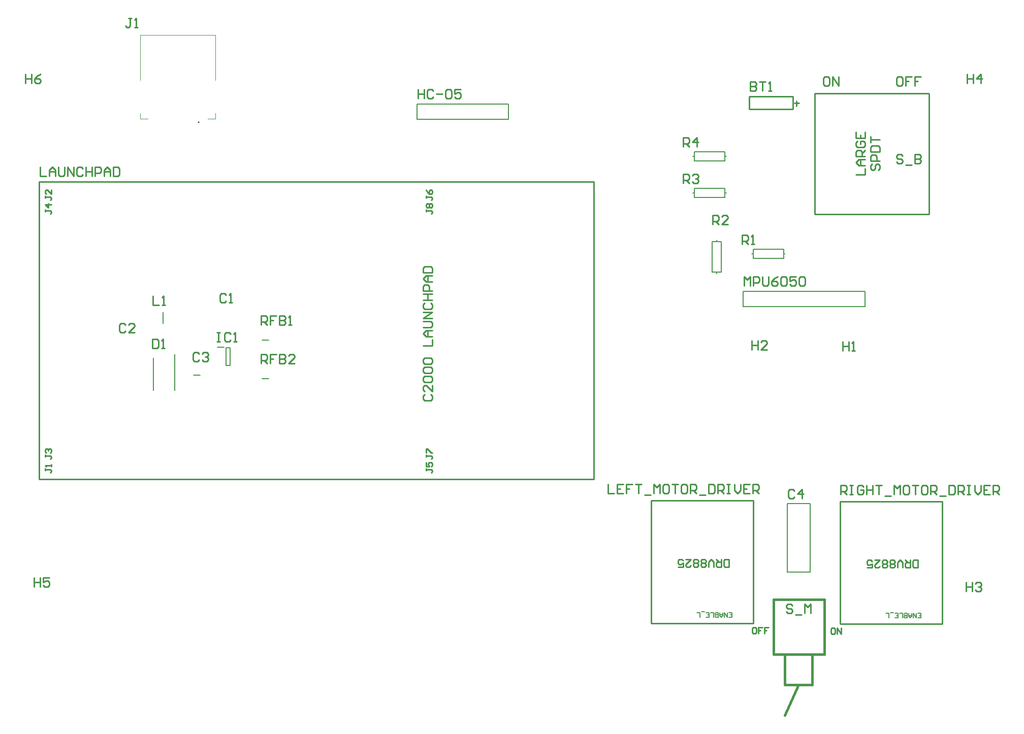
<source format=gto>
G04*
G04 #@! TF.GenerationSoftware,Altium Limited,Altium Designer,20.0.9 (164)*
G04*
G04 Layer_Color=65535*
%FSLAX25Y25*%
%MOIN*%
G70*
G01*
G75*
%ADD10C,0.00787*%
%ADD11C,0.01500*%
%ADD12C,0.01000*%
%ADD13C,0.00394*%
%ADD14C,0.00500*%
D10*
X121094Y339358D02*
G03*
X120306Y339358I-394J0D01*
G01*
D02*
G03*
X121094Y339358I394J0D01*
G01*
X264000Y341500D02*
Y351500D01*
X324000Y341500D02*
Y351500D01*
X264000Y341500D02*
X324000D01*
X264000Y351500D02*
X324000D01*
X478000Y218500D02*
Y228500D01*
X558000D01*
Y218500D02*
Y228500D01*
X478000Y218500D02*
X558000D01*
X504500Y253000D02*
Y256000D01*
X484500D02*
X504500D01*
X484500Y250000D02*
Y256000D01*
Y250000D02*
X504500D01*
Y253000D01*
X483600D02*
X484500D01*
X504500D02*
X505400D01*
X460500Y241000D02*
X463500D01*
Y261000D01*
X457500D02*
X463500D01*
X457500Y241000D02*
Y261000D01*
Y241000D02*
X460500D01*
Y261000D02*
Y261900D01*
Y240100D02*
Y241000D01*
X466000Y293000D02*
Y296000D01*
X446000D02*
X466000D01*
X446000Y290000D02*
Y296000D01*
Y290000D02*
X466000D01*
Y293000D01*
X445100D02*
X446000D01*
X466000D02*
X466900D01*
X132815Y191799D02*
X137343D01*
X138720Y179791D02*
Y191209D01*
Y179791D02*
X141280D01*
Y191209D01*
X138720D02*
X141280D01*
X97366Y207457D02*
Y214543D01*
X105126Y163370D02*
Y186894D01*
X90874Y163370D02*
Y184630D01*
X117236Y173500D02*
X121764D01*
X162433Y196500D02*
X166567D01*
X162433Y171000D02*
X166567D01*
X446000Y314000D02*
Y317000D01*
Y314000D02*
X466000D01*
Y320000D01*
X446000D02*
X466000D01*
X446000Y317000D02*
Y320000D01*
X466000Y317000D02*
X466900D01*
X445100D02*
X446000D01*
X507000Y89000D02*
X522000D01*
Y44000D02*
Y89000D01*
X507000Y44000D02*
X522000D01*
X507000D02*
Y89000D01*
D11*
X505264Y-50083D02*
X514273Y-30083D01*
X505264Y-30089D02*
X523264D01*
X505264D02*
Y-10089D01*
X523264Y-30089D02*
Y-10089D01*
X497964D02*
X531364D01*
X497964D02*
Y25911D01*
X531364Y-10089D02*
Y25911D01*
X497964D02*
X531364D01*
D12*
X420500Y91000D02*
X481500D01*
X420500Y10500D02*
X481500D01*
X484500D01*
Y91000D01*
X481500D02*
X484500D01*
X417500Y10500D02*
X429500D01*
X417500Y30625D02*
Y70875D01*
Y91000D02*
X429500D01*
X417500Y70875D02*
Y91000D01*
Y10500D02*
Y30625D01*
X525000Y279000D02*
X600000D01*
Y358000D01*
X599500Y358500D02*
X600000Y358000D01*
X525000Y358500D02*
X599500D01*
X525000Y279000D02*
Y358500D01*
X511500Y352000D02*
X514500D01*
X513000Y350000D02*
Y353500D01*
X510500Y348000D02*
Y356500D01*
X482000D02*
X510500D01*
X482000Y348000D02*
Y356500D01*
Y348000D02*
X510500D01*
X16000Y105000D02*
X380000D01*
Y300500D01*
X16000D02*
X380000D01*
X16000Y105000D02*
Y300500D01*
X544500Y90500D02*
X605500D01*
X544500Y10000D02*
X605500D01*
X608500D01*
Y90500D01*
X605500D02*
X608500D01*
X541500Y10000D02*
X553500D01*
X541500Y30125D02*
Y70375D01*
Y90500D02*
X553500D01*
X541500Y70375D02*
Y90500D01*
Y10000D02*
Y30125D01*
X20001Y282166D02*
Y280833D01*
Y281499D01*
X23334D01*
X24000Y280833D01*
Y280166D01*
X23334Y279500D01*
X24000Y285498D02*
X20001D01*
X22001Y283499D01*
Y286164D01*
X270001Y291166D02*
Y289833D01*
Y290499D01*
X273334D01*
X274000Y289833D01*
Y289166D01*
X273334Y288500D01*
X270001Y295164D02*
X270668Y293832D01*
X272001Y292499D01*
X273334D01*
X274000Y293165D01*
Y294498D01*
X273334Y295164D01*
X272667D01*
X272001Y294498D01*
Y292499D01*
X270001Y112166D02*
Y110833D01*
Y111499D01*
X273334D01*
X274000Y110833D01*
Y110167D01*
X273334Y109500D01*
X270001Y116165D02*
Y113499D01*
X272001D01*
X271334Y114832D01*
Y115498D01*
X272001Y116165D01*
X273334D01*
X274000Y115498D01*
Y114165D01*
X273334Y113499D01*
X551904Y305005D02*
X557902D01*
Y309003D01*
Y311003D02*
X553904D01*
X551904Y313002D01*
X553904Y315001D01*
X557902D01*
X554903D01*
Y311003D01*
X557902Y317001D02*
X551904D01*
Y320000D01*
X552904Y320999D01*
X554903D01*
X555903Y320000D01*
Y317001D01*
Y319000D02*
X557902Y320999D01*
X552904Y326997D02*
X551904Y325998D01*
Y323998D01*
X552904Y322999D01*
X556903D01*
X557902Y323998D01*
Y325998D01*
X556903Y326997D01*
X554903D01*
Y324998D01*
X551904Y332996D02*
Y328997D01*
X557902D01*
Y332996D01*
X554903Y328997D02*
Y330996D01*
X562502Y312002D02*
X561502Y311003D01*
Y309003D01*
X562502Y308004D01*
X563501D01*
X564501Y309003D01*
Y311003D01*
X565501Y312002D01*
X566500D01*
X567500Y311003D01*
Y309003D01*
X566500Y308004D01*
X567500Y314002D02*
X561502D01*
Y317001D01*
X562502Y318000D01*
X564501D01*
X565501Y317001D01*
Y314002D01*
X561502Y320000D02*
X567500D01*
Y322999D01*
X566500Y323998D01*
X562502D01*
X561502Y322999D01*
Y320000D01*
Y325998D02*
Y329996D01*
Y327997D01*
X567500D01*
X270001Y121166D02*
Y119833D01*
Y120499D01*
X273334D01*
X274000Y119833D01*
Y119167D01*
X273334Y118500D01*
X270001Y122499D02*
Y125164D01*
X270668D01*
X273334Y122499D01*
X274000D01*
X20001Y291166D02*
Y289833D01*
Y290499D01*
X23334D01*
X24000Y289833D01*
Y289166D01*
X23334Y288500D01*
X24000Y295164D02*
Y292499D01*
X21334Y295164D01*
X20668D01*
X20001Y294498D01*
Y293165D01*
X20668Y292499D01*
X20001Y121166D02*
Y119833D01*
Y120499D01*
X23334D01*
X24000Y119833D01*
Y119167D01*
X23334Y118500D01*
X20668Y122499D02*
X20001Y123165D01*
Y124498D01*
X20668Y125164D01*
X21334D01*
X22001Y124498D01*
Y123832D01*
Y124498D01*
X22667Y125164D01*
X23334D01*
X24000Y124498D01*
Y123165D01*
X23334Y122499D01*
X270001Y282166D02*
Y280833D01*
Y281499D01*
X273334D01*
X274000Y280833D01*
Y280166D01*
X273334Y279500D01*
X270668Y283499D02*
X270001Y284165D01*
Y285498D01*
X270668Y286164D01*
X271334D01*
X272001Y285498D01*
X272667Y286164D01*
X273334D01*
X274000Y285498D01*
Y284165D01*
X273334Y283499D01*
X272667D01*
X272001Y284165D01*
X271334Y283499D01*
X270668D01*
X272001Y284165D02*
Y285498D01*
X20001Y112166D02*
Y110833D01*
Y111499D01*
X23334D01*
X24000Y110833D01*
Y110167D01*
X23334Y109500D01*
X24000Y113499D02*
Y114832D01*
Y114165D01*
X20001D01*
X20668Y113499D01*
X510201Y21999D02*
X509202Y22999D01*
X507202D01*
X506203Y21999D01*
Y21000D01*
X507202Y20000D01*
X509202D01*
X510201Y19000D01*
Y18000D01*
X509202Y17001D01*
X507202D01*
X506203Y18000D01*
X512201Y16001D02*
X516199D01*
X518199Y17001D02*
Y22999D01*
X520198Y21000D01*
X522197Y22999D01*
Y17001D01*
X389216Y101699D02*
Y95701D01*
X393215D01*
X399213Y101699D02*
X395214D01*
Y95701D01*
X399213D01*
X395214Y98700D02*
X397213D01*
X405211Y101699D02*
X401212D01*
Y98700D01*
X403211D01*
X401212D01*
Y95701D01*
X407210Y101699D02*
X411209D01*
X409209D01*
Y95701D01*
X413208Y94701D02*
X417207D01*
X419206Y95701D02*
Y101699D01*
X421206Y99699D01*
X423205Y101699D01*
Y95701D01*
X428203Y101699D02*
X426204D01*
X425204Y100699D01*
Y96701D01*
X426204Y95701D01*
X428203D01*
X429203Y96701D01*
Y100699D01*
X428203Y101699D01*
X431202D02*
X435201D01*
X433202D01*
Y95701D01*
X440200Y101699D02*
X438200D01*
X437200Y100699D01*
Y96701D01*
X438200Y95701D01*
X440200D01*
X441199Y96701D01*
Y100699D01*
X440200Y101699D01*
X443198Y95701D02*
Y101699D01*
X446198D01*
X447197Y100699D01*
Y98700D01*
X446198Y97700D01*
X443198D01*
X445198D02*
X447197Y95701D01*
X449197Y94701D02*
X453195D01*
X455195Y101699D02*
Y95701D01*
X458194D01*
X459193Y96701D01*
Y100699D01*
X458194Y101699D01*
X455195D01*
X461193Y95701D02*
Y101699D01*
X464192D01*
X465191Y100699D01*
Y98700D01*
X464192Y97700D01*
X461193D01*
X463192D02*
X465191Y95701D01*
X467191Y101699D02*
X469190D01*
X468190D01*
Y95701D01*
X467191D01*
X469190D01*
X472189Y101699D02*
Y97700D01*
X474189Y95701D01*
X476188Y97700D01*
Y101699D01*
X482186D02*
X478187D01*
Y95701D01*
X482186D01*
X478187Y98700D02*
X480187D01*
X484185Y95701D02*
Y101699D01*
X487184D01*
X488184Y100699D01*
Y98700D01*
X487184Y97700D01*
X484185D01*
X486185D02*
X488184Y95701D01*
X468500Y47502D02*
Y52500D01*
X466001D01*
X465168Y51667D01*
Y48335D01*
X466001Y47502D01*
X468500D01*
X463502Y52500D02*
Y47502D01*
X461002D01*
X460169Y48335D01*
Y50001D01*
X461002Y50834D01*
X463502D01*
X461835D02*
X460169Y52500D01*
X458503Y47502D02*
Y50834D01*
X456837Y52500D01*
X455171Y50834D01*
Y47502D01*
X453505Y48335D02*
X452672Y47502D01*
X451006D01*
X450173Y48335D01*
Y49168D01*
X451006Y50001D01*
X450173Y50834D01*
Y51667D01*
X451006Y52500D01*
X452672D01*
X453505Y51667D01*
Y50834D01*
X452672Y50001D01*
X453505Y49168D01*
Y48335D01*
X452672Y50001D02*
X451006D01*
X448506Y48335D02*
X447673Y47502D01*
X446007D01*
X445174Y48335D01*
Y49168D01*
X446007Y50001D01*
X445174Y50834D01*
Y51667D01*
X446007Y52500D01*
X447673D01*
X448506Y51667D01*
Y50834D01*
X447673Y50001D01*
X448506Y49168D01*
Y48335D01*
X447673Y50001D02*
X446007D01*
X440176Y52500D02*
X443508D01*
X440176Y49168D01*
Y48335D01*
X441009Y47502D01*
X442675D01*
X443508Y48335D01*
X435178Y47502D02*
X438510D01*
Y50001D01*
X436844Y49168D01*
X436011D01*
X435178Y50001D01*
Y51667D01*
X436011Y52500D01*
X437677D01*
X438510Y51667D01*
X543401Y195199D02*
Y189201D01*
Y192200D01*
X547400D01*
Y195199D01*
Y189201D01*
X549399D02*
X551399D01*
X550399D01*
Y195199D01*
X549399Y194199D01*
X483502Y195899D02*
Y189901D01*
Y192900D01*
X487500D01*
Y195899D01*
Y189901D01*
X493498D02*
X489500D01*
X493498Y193900D01*
Y194899D01*
X492499Y195899D01*
X490499D01*
X489500Y194899D01*
X537499Y7199D02*
X536166D01*
X535500Y6532D01*
Y3866D01*
X536166Y3200D01*
X537499D01*
X538166Y3866D01*
Y6532D01*
X537499Y7199D01*
X539499Y3200D02*
Y7199D01*
X542165Y3200D01*
Y7199D01*
X485999Y7599D02*
X484666D01*
X484000Y6932D01*
Y4266D01*
X484666Y3600D01*
X485999D01*
X486666Y4266D01*
Y6932D01*
X485999Y7599D01*
X490664D02*
X487999D01*
Y5599D01*
X489332D01*
X487999D01*
Y3600D01*
X494663Y7599D02*
X491997D01*
Y5599D01*
X493330D01*
X491997D01*
Y3600D01*
X533527Y369203D02*
X531527D01*
X530528Y368203D01*
Y364204D01*
X531527Y363205D01*
X533527D01*
X534526Y364204D01*
Y368203D01*
X533527Y369203D01*
X536526Y363205D02*
Y369203D01*
X540524Y363205D01*
Y369203D01*
X581511D02*
X579512D01*
X578512Y368203D01*
Y364204D01*
X579512Y363205D01*
X581511D01*
X582511Y364204D01*
Y368203D01*
X581511Y369203D01*
X588509D02*
X584510D01*
Y366204D01*
X586510D01*
X584510D01*
Y363205D01*
X594507Y369203D02*
X590508D01*
Y366204D01*
X592508D01*
X590508D01*
Y363205D01*
X582616Y317460D02*
X581616Y318460D01*
X579616D01*
X578617Y317460D01*
Y316460D01*
X579616Y315460D01*
X581616D01*
X582616Y314461D01*
Y313461D01*
X581616Y312461D01*
X579616D01*
X578617Y313461D01*
X584615Y311462D02*
X588614D01*
X590613Y318460D02*
Y312461D01*
X593612D01*
X594612Y313461D01*
Y314461D01*
X593612Y315460D01*
X590613D01*
X593612D01*
X594612Y316460D01*
Y317460D01*
X593612Y318460D01*
X590613D01*
X624923Y371109D02*
Y365111D01*
Y368110D01*
X628922D01*
Y371109D01*
Y365111D01*
X633920D02*
Y371109D01*
X630921Y368110D01*
X634920D01*
X12718Y40401D02*
Y34402D01*
Y37402D01*
X16717D01*
Y40401D01*
Y34402D01*
X22715Y40401D02*
X18716D01*
Y37402D01*
X20716Y38401D01*
X21715D01*
X22715Y37402D01*
Y35402D01*
X21715Y34402D01*
X19716D01*
X18716Y35402D01*
X6813Y371109D02*
Y365111D01*
Y368110D01*
X10811D01*
Y371109D01*
Y365111D01*
X16809Y371109D02*
X14810Y370110D01*
X12811Y368110D01*
Y366111D01*
X13810Y365111D01*
X15810D01*
X16809Y366111D01*
Y367111D01*
X15810Y368110D01*
X12811D01*
X264600Y360898D02*
Y354900D01*
Y357899D01*
X268599D01*
Y360898D01*
Y354900D01*
X274597Y359898D02*
X273597Y360898D01*
X271598D01*
X270598Y359898D01*
Y355900D01*
X271598Y354900D01*
X273597D01*
X274597Y355900D01*
X276596Y357899D02*
X280595D01*
X282594Y359898D02*
X283594Y360898D01*
X285593D01*
X286593Y359898D01*
Y355900D01*
X285593Y354900D01*
X283594D01*
X282594Y355900D01*
Y359898D01*
X292591Y360898D02*
X288592D01*
Y357899D01*
X290592Y358899D01*
X291591D01*
X292591Y357899D01*
Y355900D01*
X291591Y354900D01*
X289592D01*
X288592Y355900D01*
X478600Y231900D02*
Y237898D01*
X480599Y235899D01*
X482599Y237898D01*
Y231900D01*
X484598D02*
Y237898D01*
X487597D01*
X488597Y236898D01*
Y234899D01*
X487597Y233899D01*
X484598D01*
X490596Y237898D02*
Y232900D01*
X491596Y231900D01*
X493595D01*
X494595Y232900D01*
Y237898D01*
X500593D02*
X498594Y236898D01*
X496594Y234899D01*
Y232900D01*
X497594Y231900D01*
X499593D01*
X500593Y232900D01*
Y233899D01*
X499593Y234899D01*
X496594D01*
X502592Y236898D02*
X503592Y237898D01*
X505591D01*
X506591Y236898D01*
Y232900D01*
X505591Y231900D01*
X503592D01*
X502592Y232900D01*
Y236898D01*
X512589Y237898D02*
X508590D01*
Y234899D01*
X510590Y235899D01*
X511589D01*
X512589Y234899D01*
Y232900D01*
X511589Y231900D01*
X509590D01*
X508590Y232900D01*
X514588Y236898D02*
X515588Y237898D01*
X517587D01*
X518587Y236898D01*
Y232900D01*
X517587Y231900D01*
X515588D01*
X514588Y232900D01*
Y236898D01*
X477300Y259400D02*
Y265398D01*
X480299D01*
X481299Y264398D01*
Y262399D01*
X480299Y261399D01*
X477300D01*
X479299D02*
X481299Y259400D01*
X483298D02*
X485297D01*
X484298D01*
Y265398D01*
X483298Y264398D01*
X482500Y365998D02*
Y360000D01*
X485499D01*
X486499Y361000D01*
Y361999D01*
X485499Y362999D01*
X482500D01*
X485499D01*
X486499Y363999D01*
Y364998D01*
X485499Y365998D01*
X482500D01*
X488498D02*
X492497D01*
X490497D01*
Y360000D01*
X494496D02*
X496495D01*
X495496D01*
Y365998D01*
X494496Y364998D01*
X76499Y407798D02*
X74499D01*
X75499D01*
Y402800D01*
X74499Y401800D01*
X73500D01*
X72500Y402800D01*
X78498Y401800D02*
X80497D01*
X79498D01*
Y407798D01*
X78498Y406798D01*
X458100Y272200D02*
Y278198D01*
X461099D01*
X462099Y277198D01*
Y275199D01*
X461099Y274199D01*
X458100D01*
X460099D02*
X462099Y272200D01*
X468097D02*
X464098D01*
X468097Y276199D01*
Y277198D01*
X467097Y278198D01*
X465098D01*
X464098Y277198D01*
X624240Y37333D02*
Y31335D01*
Y34334D01*
X628238D01*
Y37333D01*
Y31335D01*
X630238Y36333D02*
X631238Y37333D01*
X633237D01*
X634236Y36333D01*
Y35334D01*
X633237Y34334D01*
X632237D01*
X633237D01*
X634236Y33334D01*
Y32335D01*
X633237Y31335D01*
X631238D01*
X630238Y32335D01*
X138699Y225898D02*
X137699Y226898D01*
X135700D01*
X134700Y225898D01*
Y221900D01*
X135700Y220900D01*
X137699D01*
X138699Y221900D01*
X140698Y220900D02*
X142697D01*
X141698D01*
Y226898D01*
X140698Y225898D01*
X16500Y309998D02*
Y304000D01*
X20499D01*
X22498D02*
Y307999D01*
X24497Y309998D01*
X26497Y307999D01*
Y304000D01*
Y306999D01*
X22498D01*
X28496Y309998D02*
Y305000D01*
X29496Y304000D01*
X31495D01*
X32495Y305000D01*
Y309998D01*
X34494Y304000D02*
Y309998D01*
X38493Y304000D01*
Y309998D01*
X44491Y308998D02*
X43491Y309998D01*
X41492D01*
X40492Y308998D01*
Y305000D01*
X41492Y304000D01*
X43491D01*
X44491Y305000D01*
X46490Y309998D02*
Y304000D01*
Y306999D01*
X50489D01*
Y309998D01*
Y304000D01*
X52488D02*
Y309998D01*
X55487D01*
X56487Y308998D01*
Y306999D01*
X55487Y305999D01*
X52488D01*
X58486Y304000D02*
Y307999D01*
X60486Y309998D01*
X62485Y307999D01*
Y304000D01*
Y306999D01*
X58486D01*
X64485Y309998D02*
Y304000D01*
X67484D01*
X68483Y305000D01*
Y308998D01*
X67484Y309998D01*
X64485D01*
X268902Y160799D02*
X267902Y159799D01*
Y157800D01*
X268902Y156800D01*
X272900D01*
X273900Y157800D01*
Y159799D01*
X272900Y160799D01*
X273900Y166797D02*
Y162798D01*
X269901Y166797D01*
X268902D01*
X267902Y165797D01*
Y163798D01*
X268902Y162798D01*
Y168796D02*
X267902Y169796D01*
Y171795D01*
X268902Y172795D01*
X272900D01*
X273900Y171795D01*
Y169796D01*
X272900Y168796D01*
X268902D01*
Y174794D02*
X267902Y175794D01*
Y177793D01*
X268902Y178793D01*
X272900D01*
X273900Y177793D01*
Y175794D01*
X272900Y174794D01*
X268902D01*
Y180792D02*
X267902Y181792D01*
Y183791D01*
X268902Y184791D01*
X272900D01*
X273900Y183791D01*
Y181792D01*
X272900Y180792D01*
X268902D01*
X267902Y192788D02*
X273900D01*
Y196787D01*
Y198786D02*
X269901D01*
X267902Y200786D01*
X269901Y202785D01*
X273900D01*
X270901D01*
Y198786D01*
X267902Y204784D02*
X272900D01*
X273900Y205784D01*
Y207784D01*
X272900Y208783D01*
X267902D01*
X273900Y210783D02*
X267902D01*
X273900Y214781D01*
X267902D01*
X268902Y220779D02*
X267902Y219780D01*
Y217780D01*
X268902Y216781D01*
X272900D01*
X273900Y217780D01*
Y219780D01*
X272900Y220779D01*
X267902Y222779D02*
X273900D01*
X270901D01*
Y226777D01*
X267902D01*
X273900D01*
Y228777D02*
X267902D01*
Y231776D01*
X268902Y232775D01*
X270901D01*
X271901Y231776D01*
Y228777D01*
X273900Y234775D02*
X269901D01*
X267902Y236774D01*
X269901Y238773D01*
X273900D01*
X270901D01*
Y234775D01*
X267902Y240773D02*
X273900D01*
Y243772D01*
X272900Y244772D01*
X268902D01*
X267902Y243772D01*
Y240773D01*
X438800Y299400D02*
Y305398D01*
X441799D01*
X442799Y304398D01*
Y302399D01*
X441799Y301399D01*
X438800D01*
X440799D02*
X442799Y299400D01*
X444798Y304398D02*
X445798Y305398D01*
X447797D01*
X448797Y304398D01*
Y303399D01*
X447797Y302399D01*
X446797D01*
X447797D01*
X448797Y301399D01*
Y300400D01*
X447797Y299400D01*
X445798D01*
X444798Y300400D01*
X132700Y201298D02*
X134699D01*
X133700D01*
Y195300D01*
X132700D01*
X134699D01*
X141697Y200298D02*
X140697Y201298D01*
X138698D01*
X137698Y200298D01*
Y196300D01*
X138698Y195300D01*
X140697D01*
X141697Y196300D01*
X143696Y195300D02*
X145696D01*
X144696D01*
Y201298D01*
X143696Y200298D01*
X90600Y225398D02*
Y219400D01*
X94599D01*
X96598D02*
X98597D01*
X97598D01*
Y225398D01*
X96598Y224398D01*
X90200Y197098D02*
Y191100D01*
X93199D01*
X94199Y192100D01*
Y196098D01*
X93199Y197098D01*
X90200D01*
X96198Y191100D02*
X98197D01*
X97198D01*
Y197098D01*
X96198Y196098D01*
X72799Y206298D02*
X71799Y207298D01*
X69800D01*
X68800Y206298D01*
Y202300D01*
X69800Y201300D01*
X71799D01*
X72799Y202300D01*
X78797Y201300D02*
X74798D01*
X78797Y205299D01*
Y206298D01*
X77797Y207298D01*
X75798D01*
X74798Y206298D01*
X120899Y187398D02*
X119899Y188398D01*
X117900D01*
X116900Y187398D01*
Y183400D01*
X117900Y182400D01*
X119899D01*
X120899Y183400D01*
X122898Y187398D02*
X123898Y188398D01*
X125897D01*
X126897Y187398D01*
Y186399D01*
X125897Y185399D01*
X124897D01*
X125897D01*
X126897Y184399D01*
Y183400D01*
X125897Y182400D01*
X123898D01*
X122898Y183400D01*
X161500Y206400D02*
Y212398D01*
X164499D01*
X165499Y211398D01*
Y209399D01*
X164499Y208399D01*
X161500D01*
X163499D02*
X165499Y206400D01*
X171497Y212398D02*
X167498D01*
Y209399D01*
X169497D01*
X167498D01*
Y206400D01*
X173496Y212398D02*
Y206400D01*
X176495D01*
X177495Y207400D01*
Y208399D01*
X176495Y209399D01*
X173496D01*
X176495D01*
X177495Y210399D01*
Y211398D01*
X176495Y212398D01*
X173496D01*
X179494Y206400D02*
X181493D01*
X180494D01*
Y212398D01*
X179494Y211398D01*
X161500Y180900D02*
Y186898D01*
X164499D01*
X165499Y185898D01*
Y183899D01*
X164499Y182899D01*
X161500D01*
X163499D02*
X165499Y180900D01*
X171497Y186898D02*
X167498D01*
Y183899D01*
X169497D01*
X167498D01*
Y180900D01*
X173496Y186898D02*
Y180900D01*
X176495D01*
X177495Y181900D01*
Y182899D01*
X176495Y183899D01*
X173496D01*
X176495D01*
X177495Y184899D01*
Y185898D01*
X176495Y186898D01*
X173496D01*
X183493Y180900D02*
X179494D01*
X183493Y184899D01*
Y185898D01*
X182493Y186898D01*
X180494D01*
X179494Y185898D01*
X438800Y323400D02*
Y329398D01*
X441799D01*
X442799Y328398D01*
Y326399D01*
X441799Y325399D01*
X438800D01*
X440799D02*
X442799Y323400D01*
X447797D02*
Y329398D01*
X444798Y326399D01*
X448797D01*
X542000Y95000D02*
Y100998D01*
X544999D01*
X545999Y99998D01*
Y97999D01*
X544999Y96999D01*
X542000D01*
X543999D02*
X545999Y95000D01*
X547998Y100998D02*
X549997D01*
X548998D01*
Y95000D01*
X547998D01*
X549997D01*
X556995Y99998D02*
X555996Y100998D01*
X553996D01*
X552996Y99998D01*
Y96000D01*
X553996Y95000D01*
X555996D01*
X556995Y96000D01*
Y97999D01*
X554996D01*
X558994Y100998D02*
Y95000D01*
Y97999D01*
X562993D01*
Y100998D01*
Y95000D01*
X564993Y100998D02*
X568991D01*
X566992D01*
Y95000D01*
X570991Y94000D02*
X574989D01*
X576989Y95000D02*
Y100998D01*
X578988Y98999D01*
X580987Y100998D01*
Y95000D01*
X585986Y100998D02*
X583986D01*
X582987Y99998D01*
Y96000D01*
X583986Y95000D01*
X585986D01*
X586985Y96000D01*
Y99998D01*
X585986Y100998D01*
X588985D02*
X592983D01*
X590984D01*
Y95000D01*
X597982Y100998D02*
X595983D01*
X594983Y99998D01*
Y96000D01*
X595983Y95000D01*
X597982D01*
X598982Y96000D01*
Y99998D01*
X597982Y100998D01*
X600981Y95000D02*
Y100998D01*
X603980D01*
X604980Y99998D01*
Y97999D01*
X603980Y96999D01*
X600981D01*
X602980D02*
X604980Y95000D01*
X606979Y94000D02*
X610978D01*
X612977Y100998D02*
Y95000D01*
X615976D01*
X616976Y96000D01*
Y99998D01*
X615976Y100998D01*
X612977D01*
X618975Y95000D02*
Y100998D01*
X621974D01*
X622974Y99998D01*
Y97999D01*
X621974Y96999D01*
X618975D01*
X620974D02*
X622974Y95000D01*
X624973Y100998D02*
X626972D01*
X625973D01*
Y95000D01*
X624973D01*
X626972D01*
X629972Y100998D02*
Y96999D01*
X631971Y95000D01*
X633970Y96999D01*
Y100998D01*
X639968D02*
X635970D01*
Y95000D01*
X639968D01*
X635970Y97999D02*
X637969D01*
X641968Y95000D02*
Y100998D01*
X644967D01*
X645966Y99998D01*
Y97999D01*
X644967Y96999D01*
X641968D01*
X643967D02*
X645966Y95000D01*
X592500Y47002D02*
Y52000D01*
X590001D01*
X589168Y51167D01*
Y47835D01*
X590001Y47002D01*
X592500D01*
X587502Y52000D02*
Y47002D01*
X585002D01*
X584169Y47835D01*
Y49501D01*
X585002Y50334D01*
X587502D01*
X585836D02*
X584169Y52000D01*
X582503Y47002D02*
Y50334D01*
X580837Y52000D01*
X579171Y50334D01*
Y47002D01*
X577505Y47835D02*
X576672Y47002D01*
X575006D01*
X574173Y47835D01*
Y48668D01*
X575006Y49501D01*
X574173Y50334D01*
Y51167D01*
X575006Y52000D01*
X576672D01*
X577505Y51167D01*
Y50334D01*
X576672Y49501D01*
X577505Y48668D01*
Y47835D01*
X576672Y49501D02*
X575006D01*
X572507Y47835D02*
X571673Y47002D01*
X570007D01*
X569174Y47835D01*
Y48668D01*
X570007Y49501D01*
X569174Y50334D01*
Y51167D01*
X570007Y52000D01*
X571673D01*
X572507Y51167D01*
Y50334D01*
X571673Y49501D01*
X572507Y48668D01*
Y47835D01*
X571673Y49501D02*
X570007D01*
X564176Y52000D02*
X567508D01*
X564176Y48668D01*
Y47835D01*
X565009Y47002D01*
X566675D01*
X567508Y47835D01*
X559177Y47002D02*
X562510D01*
Y49501D01*
X560844Y48668D01*
X560010D01*
X559177Y49501D01*
Y51167D01*
X560010Y52000D01*
X561677D01*
X562510Y51167D01*
X511599Y97398D02*
X510599Y98398D01*
X508600D01*
X507600Y97398D01*
Y93400D01*
X508600Y92400D01*
X510599D01*
X511599Y93400D01*
X516597Y92400D02*
Y98398D01*
X513598Y95399D01*
X517597D01*
D13*
X131527Y341524D02*
Y345500D01*
X126606Y341524D02*
X131527D01*
X82314D02*
X87235D01*
X82314D02*
Y345500D01*
X131527Y367114D02*
Y396642D01*
X82314D02*
X131527D01*
X82314Y367114D02*
Y396642D01*
D14*
X468501Y14501D02*
X470500D01*
Y17500D01*
X468501D01*
X470500Y16001D02*
X469500D01*
X467501Y17500D02*
Y14501D01*
X465502Y17500D01*
Y14501D01*
X464502Y17500D02*
Y15501D01*
X463502Y14501D01*
X462503Y15501D01*
Y17500D01*
Y16001D01*
X464502D01*
X461503Y14501D02*
Y17500D01*
X460003D01*
X459504Y17000D01*
Y16500D01*
X460003Y16001D01*
X461503D01*
X460003D01*
X459504Y15501D01*
Y15001D01*
X460003Y14501D01*
X461503D01*
X458504D02*
Y17500D01*
X456504D01*
X453506Y14501D02*
X455505D01*
Y17500D01*
X453506D01*
X455505Y16001D02*
X454505D01*
X452506Y18000D02*
X450506D01*
X449507Y14501D02*
Y17500D01*
X447507D01*
X592501Y14001D02*
X594500D01*
Y17000D01*
X592501D01*
X594500Y15501D02*
X593500D01*
X591501Y17000D02*
Y14001D01*
X589502Y17000D01*
Y14001D01*
X588502Y17000D02*
Y15001D01*
X587502Y14001D01*
X586503Y15001D01*
Y17000D01*
Y15501D01*
X588502D01*
X585503Y14001D02*
Y17000D01*
X584003D01*
X583504Y16500D01*
Y16001D01*
X584003Y15501D01*
X585503D01*
X584003D01*
X583504Y15001D01*
Y14501D01*
X584003Y14001D01*
X585503D01*
X582504D02*
Y17000D01*
X580505D01*
X577505Y14001D02*
X579505D01*
Y17000D01*
X577505D01*
X579505Y15501D02*
X578505D01*
X576506Y17500D02*
X574507D01*
X573507Y14001D02*
Y17000D01*
X571507D01*
M02*

</source>
